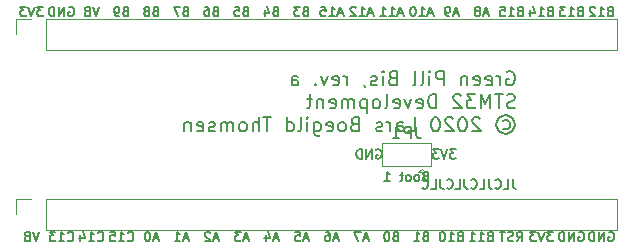
<source format=gbr>
%TF.GenerationSoftware,KiCad,Pcbnew,5.1.6+dfsg1-1*%
%TF.CreationDate,2020-07-01T20:32:58+08:00*%
%TF.ProjectId,stm32devmini,73746d33-3264-4657-966d-696e692e6b69,a*%
%TF.SameCoordinates,Original*%
%TF.FileFunction,Legend,Bot*%
%TF.FilePolarity,Positive*%
%FSLAX46Y46*%
G04 Gerber Fmt 4.6, Leading zero omitted, Abs format (unit mm)*
G04 Created by KiCad (PCBNEW 5.1.6+dfsg1-1) date 2020-07-01 20:32:58*
%MOMM*%
%LPD*%
G01*
G04 APERTURE LIST*
%ADD10C,0.150000*%
%ADD11C,0.120000*%
G04 APERTURE END LIST*
D10*
X189585476Y-103701904D02*
X189090238Y-103701904D01*
X189356904Y-104006666D01*
X189242619Y-104006666D01*
X189166428Y-104044761D01*
X189128333Y-104082857D01*
X189090238Y-104159047D01*
X189090238Y-104349523D01*
X189128333Y-104425714D01*
X189166428Y-104463809D01*
X189242619Y-104501904D01*
X189471190Y-104501904D01*
X189547380Y-104463809D01*
X189585476Y-104425714D01*
X188861666Y-103701904D02*
X188595000Y-104501904D01*
X188328333Y-103701904D01*
X188137857Y-103701904D02*
X187642619Y-103701904D01*
X187909285Y-104006666D01*
X187795000Y-104006666D01*
X187718809Y-104044761D01*
X187680714Y-104082857D01*
X187642619Y-104159047D01*
X187642619Y-104349523D01*
X187680714Y-104425714D01*
X187718809Y-104463809D01*
X187795000Y-104501904D01*
X188023571Y-104501904D01*
X188099761Y-104463809D01*
X188137857Y-104425714D01*
X182854523Y-103740000D02*
X182930714Y-103701904D01*
X183045000Y-103701904D01*
X183159285Y-103740000D01*
X183235476Y-103816190D01*
X183273571Y-103892380D01*
X183311666Y-104044761D01*
X183311666Y-104159047D01*
X183273571Y-104311428D01*
X183235476Y-104387619D01*
X183159285Y-104463809D01*
X183045000Y-104501904D01*
X182968809Y-104501904D01*
X182854523Y-104463809D01*
X182816428Y-104425714D01*
X182816428Y-104159047D01*
X182968809Y-104159047D01*
X182473571Y-104501904D02*
X182473571Y-103701904D01*
X182016428Y-104501904D01*
X182016428Y-103701904D01*
X181635476Y-104501904D02*
X181635476Y-103701904D01*
X181445000Y-103701904D01*
X181330714Y-103740000D01*
X181254523Y-103816190D01*
X181216428Y-103892380D01*
X181178333Y-104044761D01*
X181178333Y-104159047D01*
X181216428Y-104311428D01*
X181254523Y-104387619D01*
X181330714Y-104463809D01*
X181445000Y-104501904D01*
X181635476Y-104501904D01*
X187000952Y-105987857D02*
X186886666Y-106025952D01*
X186848571Y-106064047D01*
X186810476Y-106140238D01*
X186810476Y-106254523D01*
X186848571Y-106330714D01*
X186886666Y-106368809D01*
X186962857Y-106406904D01*
X187267619Y-106406904D01*
X187267619Y-105606904D01*
X187000952Y-105606904D01*
X186924761Y-105645000D01*
X186886666Y-105683095D01*
X186848571Y-105759285D01*
X186848571Y-105835476D01*
X186886666Y-105911666D01*
X186924761Y-105949761D01*
X187000952Y-105987857D01*
X187267619Y-105987857D01*
X186353333Y-106406904D02*
X186429523Y-106368809D01*
X186467619Y-106330714D01*
X186505714Y-106254523D01*
X186505714Y-106025952D01*
X186467619Y-105949761D01*
X186429523Y-105911666D01*
X186353333Y-105873571D01*
X186239047Y-105873571D01*
X186162857Y-105911666D01*
X186124761Y-105949761D01*
X186086666Y-106025952D01*
X186086666Y-106254523D01*
X186124761Y-106330714D01*
X186162857Y-106368809D01*
X186239047Y-106406904D01*
X186353333Y-106406904D01*
X185629523Y-106406904D02*
X185705714Y-106368809D01*
X185743809Y-106330714D01*
X185781904Y-106254523D01*
X185781904Y-106025952D01*
X185743809Y-105949761D01*
X185705714Y-105911666D01*
X185629523Y-105873571D01*
X185515238Y-105873571D01*
X185439047Y-105911666D01*
X185400952Y-105949761D01*
X185362857Y-106025952D01*
X185362857Y-106254523D01*
X185400952Y-106330714D01*
X185439047Y-106368809D01*
X185515238Y-106406904D01*
X185629523Y-106406904D01*
X185134285Y-105873571D02*
X184829523Y-105873571D01*
X185020000Y-105606904D02*
X185020000Y-106292619D01*
X184981904Y-106368809D01*
X184905714Y-106406904D01*
X184829523Y-106406904D01*
X183534285Y-106406904D02*
X183991428Y-106406904D01*
X183762857Y-106406904D02*
X183762857Y-105606904D01*
X183839047Y-105721190D01*
X183915238Y-105797380D01*
X183991428Y-105835476D01*
X194428452Y-106241904D02*
X194428452Y-106813333D01*
X194466547Y-106927619D01*
X194542738Y-107003809D01*
X194657023Y-107041904D01*
X194733214Y-107041904D01*
X193666547Y-107041904D02*
X194047500Y-107041904D01*
X194047500Y-106241904D01*
X192942738Y-106965714D02*
X192980833Y-107003809D01*
X193095119Y-107041904D01*
X193171309Y-107041904D01*
X193285595Y-107003809D01*
X193361785Y-106927619D01*
X193399880Y-106851428D01*
X193437976Y-106699047D01*
X193437976Y-106584761D01*
X193399880Y-106432380D01*
X193361785Y-106356190D01*
X193285595Y-106280000D01*
X193171309Y-106241904D01*
X193095119Y-106241904D01*
X192980833Y-106280000D01*
X192942738Y-106318095D01*
X192371309Y-106241904D02*
X192371309Y-106813333D01*
X192409404Y-106927619D01*
X192485595Y-107003809D01*
X192599880Y-107041904D01*
X192676071Y-107041904D01*
X191609404Y-107041904D02*
X191990357Y-107041904D01*
X191990357Y-106241904D01*
X190885595Y-106965714D02*
X190923690Y-107003809D01*
X191037976Y-107041904D01*
X191114166Y-107041904D01*
X191228452Y-107003809D01*
X191304642Y-106927619D01*
X191342738Y-106851428D01*
X191380833Y-106699047D01*
X191380833Y-106584761D01*
X191342738Y-106432380D01*
X191304642Y-106356190D01*
X191228452Y-106280000D01*
X191114166Y-106241904D01*
X191037976Y-106241904D01*
X190923690Y-106280000D01*
X190885595Y-106318095D01*
X190314166Y-106241904D02*
X190314166Y-106813333D01*
X190352261Y-106927619D01*
X190428452Y-107003809D01*
X190542738Y-107041904D01*
X190618928Y-107041904D01*
X189552261Y-107041904D02*
X189933214Y-107041904D01*
X189933214Y-106241904D01*
X188828452Y-106965714D02*
X188866547Y-107003809D01*
X188980833Y-107041904D01*
X189057023Y-107041904D01*
X189171309Y-107003809D01*
X189247500Y-106927619D01*
X189285595Y-106851428D01*
X189323690Y-106699047D01*
X189323690Y-106584761D01*
X189285595Y-106432380D01*
X189247500Y-106356190D01*
X189171309Y-106280000D01*
X189057023Y-106241904D01*
X188980833Y-106241904D01*
X188866547Y-106280000D01*
X188828452Y-106318095D01*
X188257023Y-106241904D02*
X188257023Y-106813333D01*
X188295119Y-106927619D01*
X188371309Y-107003809D01*
X188485595Y-107041904D01*
X188561785Y-107041904D01*
X187495119Y-107041904D02*
X187876071Y-107041904D01*
X187876071Y-106241904D01*
X186771309Y-106965714D02*
X186809404Y-107003809D01*
X186923690Y-107041904D01*
X186999880Y-107041904D01*
X187114166Y-107003809D01*
X187190357Y-106927619D01*
X187228452Y-106851428D01*
X187266547Y-106699047D01*
X187266547Y-106584761D01*
X187228452Y-106432380D01*
X187190357Y-106356190D01*
X187114166Y-106280000D01*
X186999880Y-106241904D01*
X186923690Y-106241904D01*
X186809404Y-106280000D01*
X186771309Y-106318095D01*
X154336666Y-110686904D02*
X154070000Y-111486904D01*
X153803333Y-110686904D01*
X153270000Y-111067857D02*
X153155714Y-111105952D01*
X153117619Y-111144047D01*
X153079523Y-111220238D01*
X153079523Y-111334523D01*
X153117619Y-111410714D01*
X153155714Y-111448809D01*
X153231904Y-111486904D01*
X153536666Y-111486904D01*
X153536666Y-110686904D01*
X153270000Y-110686904D01*
X153193809Y-110725000D01*
X153155714Y-110763095D01*
X153117619Y-110839285D01*
X153117619Y-110915476D01*
X153155714Y-110991666D01*
X153193809Y-111029761D01*
X153270000Y-111067857D01*
X153536666Y-111067857D01*
X156724285Y-111410714D02*
X156762380Y-111448809D01*
X156876666Y-111486904D01*
X156952857Y-111486904D01*
X157067142Y-111448809D01*
X157143333Y-111372619D01*
X157181428Y-111296428D01*
X157219523Y-111144047D01*
X157219523Y-111029761D01*
X157181428Y-110877380D01*
X157143333Y-110801190D01*
X157067142Y-110725000D01*
X156952857Y-110686904D01*
X156876666Y-110686904D01*
X156762380Y-110725000D01*
X156724285Y-110763095D01*
X155962380Y-111486904D02*
X156419523Y-111486904D01*
X156190952Y-111486904D02*
X156190952Y-110686904D01*
X156267142Y-110801190D01*
X156343333Y-110877380D01*
X156419523Y-110915476D01*
X155695714Y-110686904D02*
X155200476Y-110686904D01*
X155467142Y-110991666D01*
X155352857Y-110991666D01*
X155276666Y-111029761D01*
X155238571Y-111067857D01*
X155200476Y-111144047D01*
X155200476Y-111334523D01*
X155238571Y-111410714D01*
X155276666Y-111448809D01*
X155352857Y-111486904D01*
X155581428Y-111486904D01*
X155657619Y-111448809D01*
X155695714Y-111410714D01*
X159264285Y-111410714D02*
X159302380Y-111448809D01*
X159416666Y-111486904D01*
X159492857Y-111486904D01*
X159607142Y-111448809D01*
X159683333Y-111372619D01*
X159721428Y-111296428D01*
X159759523Y-111144047D01*
X159759523Y-111029761D01*
X159721428Y-110877380D01*
X159683333Y-110801190D01*
X159607142Y-110725000D01*
X159492857Y-110686904D01*
X159416666Y-110686904D01*
X159302380Y-110725000D01*
X159264285Y-110763095D01*
X158502380Y-111486904D02*
X158959523Y-111486904D01*
X158730952Y-111486904D02*
X158730952Y-110686904D01*
X158807142Y-110801190D01*
X158883333Y-110877380D01*
X158959523Y-110915476D01*
X157816666Y-110953571D02*
X157816666Y-111486904D01*
X158007142Y-110648809D02*
X158197619Y-111220238D01*
X157702380Y-111220238D01*
X161804285Y-111410714D02*
X161842380Y-111448809D01*
X161956666Y-111486904D01*
X162032857Y-111486904D01*
X162147142Y-111448809D01*
X162223333Y-111372619D01*
X162261428Y-111296428D01*
X162299523Y-111144047D01*
X162299523Y-111029761D01*
X162261428Y-110877380D01*
X162223333Y-110801190D01*
X162147142Y-110725000D01*
X162032857Y-110686904D01*
X161956666Y-110686904D01*
X161842380Y-110725000D01*
X161804285Y-110763095D01*
X161042380Y-111486904D02*
X161499523Y-111486904D01*
X161270952Y-111486904D02*
X161270952Y-110686904D01*
X161347142Y-110801190D01*
X161423333Y-110877380D01*
X161499523Y-110915476D01*
X160318571Y-110686904D02*
X160699523Y-110686904D01*
X160737619Y-111067857D01*
X160699523Y-111029761D01*
X160623333Y-110991666D01*
X160432857Y-110991666D01*
X160356666Y-111029761D01*
X160318571Y-111067857D01*
X160280476Y-111144047D01*
X160280476Y-111334523D01*
X160318571Y-111410714D01*
X160356666Y-111448809D01*
X160432857Y-111486904D01*
X160623333Y-111486904D01*
X160699523Y-111448809D01*
X160737619Y-111410714D01*
X164401428Y-111258333D02*
X164020476Y-111258333D01*
X164477619Y-111486904D02*
X164210952Y-110686904D01*
X163944285Y-111486904D01*
X163525238Y-110686904D02*
X163449047Y-110686904D01*
X163372857Y-110725000D01*
X163334761Y-110763095D01*
X163296666Y-110839285D01*
X163258571Y-110991666D01*
X163258571Y-111182142D01*
X163296666Y-111334523D01*
X163334761Y-111410714D01*
X163372857Y-111448809D01*
X163449047Y-111486904D01*
X163525238Y-111486904D01*
X163601428Y-111448809D01*
X163639523Y-111410714D01*
X163677619Y-111334523D01*
X163715714Y-111182142D01*
X163715714Y-110991666D01*
X163677619Y-110839285D01*
X163639523Y-110763095D01*
X163601428Y-110725000D01*
X163525238Y-110686904D01*
X166941428Y-111258333D02*
X166560476Y-111258333D01*
X167017619Y-111486904D02*
X166750952Y-110686904D01*
X166484285Y-111486904D01*
X165798571Y-111486904D02*
X166255714Y-111486904D01*
X166027142Y-111486904D02*
X166027142Y-110686904D01*
X166103333Y-110801190D01*
X166179523Y-110877380D01*
X166255714Y-110915476D01*
X169481428Y-111258333D02*
X169100476Y-111258333D01*
X169557619Y-111486904D02*
X169290952Y-110686904D01*
X169024285Y-111486904D01*
X168795714Y-110763095D02*
X168757619Y-110725000D01*
X168681428Y-110686904D01*
X168490952Y-110686904D01*
X168414761Y-110725000D01*
X168376666Y-110763095D01*
X168338571Y-110839285D01*
X168338571Y-110915476D01*
X168376666Y-111029761D01*
X168833809Y-111486904D01*
X168338571Y-111486904D01*
X172021428Y-111258333D02*
X171640476Y-111258333D01*
X172097619Y-111486904D02*
X171830952Y-110686904D01*
X171564285Y-111486904D01*
X171373809Y-110686904D02*
X170878571Y-110686904D01*
X171145238Y-110991666D01*
X171030952Y-110991666D01*
X170954761Y-111029761D01*
X170916666Y-111067857D01*
X170878571Y-111144047D01*
X170878571Y-111334523D01*
X170916666Y-111410714D01*
X170954761Y-111448809D01*
X171030952Y-111486904D01*
X171259523Y-111486904D01*
X171335714Y-111448809D01*
X171373809Y-111410714D01*
X174561428Y-111258333D02*
X174180476Y-111258333D01*
X174637619Y-111486904D02*
X174370952Y-110686904D01*
X174104285Y-111486904D01*
X173494761Y-110953571D02*
X173494761Y-111486904D01*
X173685238Y-110648809D02*
X173875714Y-111220238D01*
X173380476Y-111220238D01*
X177101428Y-111258333D02*
X176720476Y-111258333D01*
X177177619Y-111486904D02*
X176910952Y-110686904D01*
X176644285Y-111486904D01*
X175996666Y-110686904D02*
X176377619Y-110686904D01*
X176415714Y-111067857D01*
X176377619Y-111029761D01*
X176301428Y-110991666D01*
X176110952Y-110991666D01*
X176034761Y-111029761D01*
X175996666Y-111067857D01*
X175958571Y-111144047D01*
X175958571Y-111334523D01*
X175996666Y-111410714D01*
X176034761Y-111448809D01*
X176110952Y-111486904D01*
X176301428Y-111486904D01*
X176377619Y-111448809D01*
X176415714Y-111410714D01*
X179641428Y-111258333D02*
X179260476Y-111258333D01*
X179717619Y-111486904D02*
X179450952Y-110686904D01*
X179184285Y-111486904D01*
X178574761Y-110686904D02*
X178727142Y-110686904D01*
X178803333Y-110725000D01*
X178841428Y-110763095D01*
X178917619Y-110877380D01*
X178955714Y-111029761D01*
X178955714Y-111334523D01*
X178917619Y-111410714D01*
X178879523Y-111448809D01*
X178803333Y-111486904D01*
X178650952Y-111486904D01*
X178574761Y-111448809D01*
X178536666Y-111410714D01*
X178498571Y-111334523D01*
X178498571Y-111144047D01*
X178536666Y-111067857D01*
X178574761Y-111029761D01*
X178650952Y-110991666D01*
X178803333Y-110991666D01*
X178879523Y-111029761D01*
X178917619Y-111067857D01*
X178955714Y-111144047D01*
X182181428Y-111258333D02*
X181800476Y-111258333D01*
X182257619Y-111486904D02*
X181990952Y-110686904D01*
X181724285Y-111486904D01*
X181533809Y-110686904D02*
X181000476Y-110686904D01*
X181343333Y-111486904D01*
X184473809Y-111067857D02*
X184359523Y-111105952D01*
X184321428Y-111144047D01*
X184283333Y-111220238D01*
X184283333Y-111334523D01*
X184321428Y-111410714D01*
X184359523Y-111448809D01*
X184435714Y-111486904D01*
X184740476Y-111486904D01*
X184740476Y-110686904D01*
X184473809Y-110686904D01*
X184397619Y-110725000D01*
X184359523Y-110763095D01*
X184321428Y-110839285D01*
X184321428Y-110915476D01*
X184359523Y-110991666D01*
X184397619Y-111029761D01*
X184473809Y-111067857D01*
X184740476Y-111067857D01*
X183788095Y-110686904D02*
X183711904Y-110686904D01*
X183635714Y-110725000D01*
X183597619Y-110763095D01*
X183559523Y-110839285D01*
X183521428Y-110991666D01*
X183521428Y-111182142D01*
X183559523Y-111334523D01*
X183597619Y-111410714D01*
X183635714Y-111448809D01*
X183711904Y-111486904D01*
X183788095Y-111486904D01*
X183864285Y-111448809D01*
X183902380Y-111410714D01*
X183940476Y-111334523D01*
X183978571Y-111182142D01*
X183978571Y-110991666D01*
X183940476Y-110839285D01*
X183902380Y-110763095D01*
X183864285Y-110725000D01*
X183788095Y-110686904D01*
X187013809Y-111067857D02*
X186899523Y-111105952D01*
X186861428Y-111144047D01*
X186823333Y-111220238D01*
X186823333Y-111334523D01*
X186861428Y-111410714D01*
X186899523Y-111448809D01*
X186975714Y-111486904D01*
X187280476Y-111486904D01*
X187280476Y-110686904D01*
X187013809Y-110686904D01*
X186937619Y-110725000D01*
X186899523Y-110763095D01*
X186861428Y-110839285D01*
X186861428Y-110915476D01*
X186899523Y-110991666D01*
X186937619Y-111029761D01*
X187013809Y-111067857D01*
X187280476Y-111067857D01*
X186061428Y-111486904D02*
X186518571Y-111486904D01*
X186290000Y-111486904D02*
X186290000Y-110686904D01*
X186366190Y-110801190D01*
X186442380Y-110877380D01*
X186518571Y-110915476D01*
X189934761Y-111067857D02*
X189820476Y-111105952D01*
X189782380Y-111144047D01*
X189744285Y-111220238D01*
X189744285Y-111334523D01*
X189782380Y-111410714D01*
X189820476Y-111448809D01*
X189896666Y-111486904D01*
X190201428Y-111486904D01*
X190201428Y-110686904D01*
X189934761Y-110686904D01*
X189858571Y-110725000D01*
X189820476Y-110763095D01*
X189782380Y-110839285D01*
X189782380Y-110915476D01*
X189820476Y-110991666D01*
X189858571Y-111029761D01*
X189934761Y-111067857D01*
X190201428Y-111067857D01*
X188982380Y-111486904D02*
X189439523Y-111486904D01*
X189210952Y-111486904D02*
X189210952Y-110686904D01*
X189287142Y-110801190D01*
X189363333Y-110877380D01*
X189439523Y-110915476D01*
X188487142Y-110686904D02*
X188410952Y-110686904D01*
X188334761Y-110725000D01*
X188296666Y-110763095D01*
X188258571Y-110839285D01*
X188220476Y-110991666D01*
X188220476Y-111182142D01*
X188258571Y-111334523D01*
X188296666Y-111410714D01*
X188334761Y-111448809D01*
X188410952Y-111486904D01*
X188487142Y-111486904D01*
X188563333Y-111448809D01*
X188601428Y-111410714D01*
X188639523Y-111334523D01*
X188677619Y-111182142D01*
X188677619Y-110991666D01*
X188639523Y-110839285D01*
X188601428Y-110763095D01*
X188563333Y-110725000D01*
X188487142Y-110686904D01*
X192474761Y-111067857D02*
X192360476Y-111105952D01*
X192322380Y-111144047D01*
X192284285Y-111220238D01*
X192284285Y-111334523D01*
X192322380Y-111410714D01*
X192360476Y-111448809D01*
X192436666Y-111486904D01*
X192741428Y-111486904D01*
X192741428Y-110686904D01*
X192474761Y-110686904D01*
X192398571Y-110725000D01*
X192360476Y-110763095D01*
X192322380Y-110839285D01*
X192322380Y-110915476D01*
X192360476Y-110991666D01*
X192398571Y-111029761D01*
X192474761Y-111067857D01*
X192741428Y-111067857D01*
X191522380Y-111486904D02*
X191979523Y-111486904D01*
X191750952Y-111486904D02*
X191750952Y-110686904D01*
X191827142Y-110801190D01*
X191903333Y-110877380D01*
X191979523Y-110915476D01*
X190760476Y-111486904D02*
X191217619Y-111486904D01*
X190989047Y-111486904D02*
X190989047Y-110686904D01*
X191065238Y-110801190D01*
X191141428Y-110877380D01*
X191217619Y-110915476D01*
X194748095Y-111486904D02*
X195014761Y-111105952D01*
X195205238Y-111486904D02*
X195205238Y-110686904D01*
X194900476Y-110686904D01*
X194824285Y-110725000D01*
X194786190Y-110763095D01*
X194748095Y-110839285D01*
X194748095Y-110953571D01*
X194786190Y-111029761D01*
X194824285Y-111067857D01*
X194900476Y-111105952D01*
X195205238Y-111105952D01*
X194443333Y-111448809D02*
X194329047Y-111486904D01*
X194138571Y-111486904D01*
X194062380Y-111448809D01*
X194024285Y-111410714D01*
X193986190Y-111334523D01*
X193986190Y-111258333D01*
X194024285Y-111182142D01*
X194062380Y-111144047D01*
X194138571Y-111105952D01*
X194290952Y-111067857D01*
X194367142Y-111029761D01*
X194405238Y-110991666D01*
X194443333Y-110915476D01*
X194443333Y-110839285D01*
X194405238Y-110763095D01*
X194367142Y-110725000D01*
X194290952Y-110686904D01*
X194100476Y-110686904D01*
X193986190Y-110725000D01*
X193757619Y-110686904D02*
X193300476Y-110686904D01*
X193529047Y-111486904D02*
X193529047Y-110686904D01*
X197840476Y-110686904D02*
X197345238Y-110686904D01*
X197611904Y-110991666D01*
X197497619Y-110991666D01*
X197421428Y-111029761D01*
X197383333Y-111067857D01*
X197345238Y-111144047D01*
X197345238Y-111334523D01*
X197383333Y-111410714D01*
X197421428Y-111448809D01*
X197497619Y-111486904D01*
X197726190Y-111486904D01*
X197802380Y-111448809D01*
X197840476Y-111410714D01*
X197116666Y-110686904D02*
X196850000Y-111486904D01*
X196583333Y-110686904D01*
X196392857Y-110686904D02*
X195897619Y-110686904D01*
X196164285Y-110991666D01*
X196050000Y-110991666D01*
X195973809Y-111029761D01*
X195935714Y-111067857D01*
X195897619Y-111144047D01*
X195897619Y-111334523D01*
X195935714Y-111410714D01*
X195973809Y-111448809D01*
X196050000Y-111486904D01*
X196278571Y-111486904D01*
X196354761Y-111448809D01*
X196392857Y-111410714D01*
X199999523Y-110725000D02*
X200075714Y-110686904D01*
X200190000Y-110686904D01*
X200304285Y-110725000D01*
X200380476Y-110801190D01*
X200418571Y-110877380D01*
X200456666Y-111029761D01*
X200456666Y-111144047D01*
X200418571Y-111296428D01*
X200380476Y-111372619D01*
X200304285Y-111448809D01*
X200190000Y-111486904D01*
X200113809Y-111486904D01*
X199999523Y-111448809D01*
X199961428Y-111410714D01*
X199961428Y-111144047D01*
X200113809Y-111144047D01*
X199618571Y-111486904D02*
X199618571Y-110686904D01*
X199161428Y-111486904D01*
X199161428Y-110686904D01*
X198780476Y-111486904D02*
X198780476Y-110686904D01*
X198590000Y-110686904D01*
X198475714Y-110725000D01*
X198399523Y-110801190D01*
X198361428Y-110877380D01*
X198323333Y-111029761D01*
X198323333Y-111144047D01*
X198361428Y-111296428D01*
X198399523Y-111372619D01*
X198475714Y-111448809D01*
X198590000Y-111486904D01*
X198780476Y-111486904D01*
X202539523Y-110725000D02*
X202615714Y-110686904D01*
X202730000Y-110686904D01*
X202844285Y-110725000D01*
X202920476Y-110801190D01*
X202958571Y-110877380D01*
X202996666Y-111029761D01*
X202996666Y-111144047D01*
X202958571Y-111296428D01*
X202920476Y-111372619D01*
X202844285Y-111448809D01*
X202730000Y-111486904D01*
X202653809Y-111486904D01*
X202539523Y-111448809D01*
X202501428Y-111410714D01*
X202501428Y-111144047D01*
X202653809Y-111144047D01*
X202158571Y-111486904D02*
X202158571Y-110686904D01*
X201701428Y-111486904D01*
X201701428Y-110686904D01*
X201320476Y-111486904D02*
X201320476Y-110686904D01*
X201130000Y-110686904D01*
X201015714Y-110725000D01*
X200939523Y-110801190D01*
X200901428Y-110877380D01*
X200863333Y-111029761D01*
X200863333Y-111144047D01*
X200901428Y-111296428D01*
X200939523Y-111372619D01*
X201015714Y-111448809D01*
X201130000Y-111486904D01*
X201320476Y-111486904D01*
X154660476Y-91636904D02*
X154165238Y-91636904D01*
X154431904Y-91941666D01*
X154317619Y-91941666D01*
X154241428Y-91979761D01*
X154203333Y-92017857D01*
X154165238Y-92094047D01*
X154165238Y-92284523D01*
X154203333Y-92360714D01*
X154241428Y-92398809D01*
X154317619Y-92436904D01*
X154546190Y-92436904D01*
X154622380Y-92398809D01*
X154660476Y-92360714D01*
X153936666Y-91636904D02*
X153670000Y-92436904D01*
X153403333Y-91636904D01*
X153212857Y-91636904D02*
X152717619Y-91636904D01*
X152984285Y-91941666D01*
X152870000Y-91941666D01*
X152793809Y-91979761D01*
X152755714Y-92017857D01*
X152717619Y-92094047D01*
X152717619Y-92284523D01*
X152755714Y-92360714D01*
X152793809Y-92398809D01*
X152870000Y-92436904D01*
X153098571Y-92436904D01*
X153174761Y-92398809D01*
X153212857Y-92360714D01*
X156819523Y-91675000D02*
X156895714Y-91636904D01*
X157010000Y-91636904D01*
X157124285Y-91675000D01*
X157200476Y-91751190D01*
X157238571Y-91827380D01*
X157276666Y-91979761D01*
X157276666Y-92094047D01*
X157238571Y-92246428D01*
X157200476Y-92322619D01*
X157124285Y-92398809D01*
X157010000Y-92436904D01*
X156933809Y-92436904D01*
X156819523Y-92398809D01*
X156781428Y-92360714D01*
X156781428Y-92094047D01*
X156933809Y-92094047D01*
X156438571Y-92436904D02*
X156438571Y-91636904D01*
X155981428Y-92436904D01*
X155981428Y-91636904D01*
X155600476Y-92436904D02*
X155600476Y-91636904D01*
X155410000Y-91636904D01*
X155295714Y-91675000D01*
X155219523Y-91751190D01*
X155181428Y-91827380D01*
X155143333Y-91979761D01*
X155143333Y-92094047D01*
X155181428Y-92246428D01*
X155219523Y-92322619D01*
X155295714Y-92398809D01*
X155410000Y-92436904D01*
X155600476Y-92436904D01*
X159416666Y-91636904D02*
X159150000Y-92436904D01*
X158883333Y-91636904D01*
X158350000Y-92017857D02*
X158235714Y-92055952D01*
X158197619Y-92094047D01*
X158159523Y-92170238D01*
X158159523Y-92284523D01*
X158197619Y-92360714D01*
X158235714Y-92398809D01*
X158311904Y-92436904D01*
X158616666Y-92436904D01*
X158616666Y-91636904D01*
X158350000Y-91636904D01*
X158273809Y-91675000D01*
X158235714Y-91713095D01*
X158197619Y-91789285D01*
X158197619Y-91865476D01*
X158235714Y-91941666D01*
X158273809Y-91979761D01*
X158350000Y-92017857D01*
X158616666Y-92017857D01*
X161613809Y-92017857D02*
X161499523Y-92055952D01*
X161461428Y-92094047D01*
X161423333Y-92170238D01*
X161423333Y-92284523D01*
X161461428Y-92360714D01*
X161499523Y-92398809D01*
X161575714Y-92436904D01*
X161880476Y-92436904D01*
X161880476Y-91636904D01*
X161613809Y-91636904D01*
X161537619Y-91675000D01*
X161499523Y-91713095D01*
X161461428Y-91789285D01*
X161461428Y-91865476D01*
X161499523Y-91941666D01*
X161537619Y-91979761D01*
X161613809Y-92017857D01*
X161880476Y-92017857D01*
X161042380Y-92436904D02*
X160890000Y-92436904D01*
X160813809Y-92398809D01*
X160775714Y-92360714D01*
X160699523Y-92246428D01*
X160661428Y-92094047D01*
X160661428Y-91789285D01*
X160699523Y-91713095D01*
X160737619Y-91675000D01*
X160813809Y-91636904D01*
X160966190Y-91636904D01*
X161042380Y-91675000D01*
X161080476Y-91713095D01*
X161118571Y-91789285D01*
X161118571Y-91979761D01*
X161080476Y-92055952D01*
X161042380Y-92094047D01*
X160966190Y-92132142D01*
X160813809Y-92132142D01*
X160737619Y-92094047D01*
X160699523Y-92055952D01*
X160661428Y-91979761D01*
X164153809Y-92017857D02*
X164039523Y-92055952D01*
X164001428Y-92094047D01*
X163963333Y-92170238D01*
X163963333Y-92284523D01*
X164001428Y-92360714D01*
X164039523Y-92398809D01*
X164115714Y-92436904D01*
X164420476Y-92436904D01*
X164420476Y-91636904D01*
X164153809Y-91636904D01*
X164077619Y-91675000D01*
X164039523Y-91713095D01*
X164001428Y-91789285D01*
X164001428Y-91865476D01*
X164039523Y-91941666D01*
X164077619Y-91979761D01*
X164153809Y-92017857D01*
X164420476Y-92017857D01*
X163506190Y-91979761D02*
X163582380Y-91941666D01*
X163620476Y-91903571D01*
X163658571Y-91827380D01*
X163658571Y-91789285D01*
X163620476Y-91713095D01*
X163582380Y-91675000D01*
X163506190Y-91636904D01*
X163353809Y-91636904D01*
X163277619Y-91675000D01*
X163239523Y-91713095D01*
X163201428Y-91789285D01*
X163201428Y-91827380D01*
X163239523Y-91903571D01*
X163277619Y-91941666D01*
X163353809Y-91979761D01*
X163506190Y-91979761D01*
X163582380Y-92017857D01*
X163620476Y-92055952D01*
X163658571Y-92132142D01*
X163658571Y-92284523D01*
X163620476Y-92360714D01*
X163582380Y-92398809D01*
X163506190Y-92436904D01*
X163353809Y-92436904D01*
X163277619Y-92398809D01*
X163239523Y-92360714D01*
X163201428Y-92284523D01*
X163201428Y-92132142D01*
X163239523Y-92055952D01*
X163277619Y-92017857D01*
X163353809Y-91979761D01*
X166693809Y-92017857D02*
X166579523Y-92055952D01*
X166541428Y-92094047D01*
X166503333Y-92170238D01*
X166503333Y-92284523D01*
X166541428Y-92360714D01*
X166579523Y-92398809D01*
X166655714Y-92436904D01*
X166960476Y-92436904D01*
X166960476Y-91636904D01*
X166693809Y-91636904D01*
X166617619Y-91675000D01*
X166579523Y-91713095D01*
X166541428Y-91789285D01*
X166541428Y-91865476D01*
X166579523Y-91941666D01*
X166617619Y-91979761D01*
X166693809Y-92017857D01*
X166960476Y-92017857D01*
X166236666Y-91636904D02*
X165703333Y-91636904D01*
X166046190Y-92436904D01*
X169233809Y-92017857D02*
X169119523Y-92055952D01*
X169081428Y-92094047D01*
X169043333Y-92170238D01*
X169043333Y-92284523D01*
X169081428Y-92360714D01*
X169119523Y-92398809D01*
X169195714Y-92436904D01*
X169500476Y-92436904D01*
X169500476Y-91636904D01*
X169233809Y-91636904D01*
X169157619Y-91675000D01*
X169119523Y-91713095D01*
X169081428Y-91789285D01*
X169081428Y-91865476D01*
X169119523Y-91941666D01*
X169157619Y-91979761D01*
X169233809Y-92017857D01*
X169500476Y-92017857D01*
X168357619Y-91636904D02*
X168510000Y-91636904D01*
X168586190Y-91675000D01*
X168624285Y-91713095D01*
X168700476Y-91827380D01*
X168738571Y-91979761D01*
X168738571Y-92284523D01*
X168700476Y-92360714D01*
X168662380Y-92398809D01*
X168586190Y-92436904D01*
X168433809Y-92436904D01*
X168357619Y-92398809D01*
X168319523Y-92360714D01*
X168281428Y-92284523D01*
X168281428Y-92094047D01*
X168319523Y-92017857D01*
X168357619Y-91979761D01*
X168433809Y-91941666D01*
X168586190Y-91941666D01*
X168662380Y-91979761D01*
X168700476Y-92017857D01*
X168738571Y-92094047D01*
X171773809Y-92017857D02*
X171659523Y-92055952D01*
X171621428Y-92094047D01*
X171583333Y-92170238D01*
X171583333Y-92284523D01*
X171621428Y-92360714D01*
X171659523Y-92398809D01*
X171735714Y-92436904D01*
X172040476Y-92436904D01*
X172040476Y-91636904D01*
X171773809Y-91636904D01*
X171697619Y-91675000D01*
X171659523Y-91713095D01*
X171621428Y-91789285D01*
X171621428Y-91865476D01*
X171659523Y-91941666D01*
X171697619Y-91979761D01*
X171773809Y-92017857D01*
X172040476Y-92017857D01*
X170859523Y-91636904D02*
X171240476Y-91636904D01*
X171278571Y-92017857D01*
X171240476Y-91979761D01*
X171164285Y-91941666D01*
X170973809Y-91941666D01*
X170897619Y-91979761D01*
X170859523Y-92017857D01*
X170821428Y-92094047D01*
X170821428Y-92284523D01*
X170859523Y-92360714D01*
X170897619Y-92398809D01*
X170973809Y-92436904D01*
X171164285Y-92436904D01*
X171240476Y-92398809D01*
X171278571Y-92360714D01*
X174313809Y-92017857D02*
X174199523Y-92055952D01*
X174161428Y-92094047D01*
X174123333Y-92170238D01*
X174123333Y-92284523D01*
X174161428Y-92360714D01*
X174199523Y-92398809D01*
X174275714Y-92436904D01*
X174580476Y-92436904D01*
X174580476Y-91636904D01*
X174313809Y-91636904D01*
X174237619Y-91675000D01*
X174199523Y-91713095D01*
X174161428Y-91789285D01*
X174161428Y-91865476D01*
X174199523Y-91941666D01*
X174237619Y-91979761D01*
X174313809Y-92017857D01*
X174580476Y-92017857D01*
X173437619Y-91903571D02*
X173437619Y-92436904D01*
X173628095Y-91598809D02*
X173818571Y-92170238D01*
X173323333Y-92170238D01*
X176853809Y-92017857D02*
X176739523Y-92055952D01*
X176701428Y-92094047D01*
X176663333Y-92170238D01*
X176663333Y-92284523D01*
X176701428Y-92360714D01*
X176739523Y-92398809D01*
X176815714Y-92436904D01*
X177120476Y-92436904D01*
X177120476Y-91636904D01*
X176853809Y-91636904D01*
X176777619Y-91675000D01*
X176739523Y-91713095D01*
X176701428Y-91789285D01*
X176701428Y-91865476D01*
X176739523Y-91941666D01*
X176777619Y-91979761D01*
X176853809Y-92017857D01*
X177120476Y-92017857D01*
X176396666Y-91636904D02*
X175901428Y-91636904D01*
X176168095Y-91941666D01*
X176053809Y-91941666D01*
X175977619Y-91979761D01*
X175939523Y-92017857D01*
X175901428Y-92094047D01*
X175901428Y-92284523D01*
X175939523Y-92360714D01*
X175977619Y-92398809D01*
X176053809Y-92436904D01*
X176282380Y-92436904D01*
X176358571Y-92398809D01*
X176396666Y-92360714D01*
X180022380Y-92208333D02*
X179641428Y-92208333D01*
X180098571Y-92436904D02*
X179831904Y-91636904D01*
X179565238Y-92436904D01*
X178879523Y-92436904D02*
X179336666Y-92436904D01*
X179108095Y-92436904D02*
X179108095Y-91636904D01*
X179184285Y-91751190D01*
X179260476Y-91827380D01*
X179336666Y-91865476D01*
X178155714Y-91636904D02*
X178536666Y-91636904D01*
X178574761Y-92017857D01*
X178536666Y-91979761D01*
X178460476Y-91941666D01*
X178270000Y-91941666D01*
X178193809Y-91979761D01*
X178155714Y-92017857D01*
X178117619Y-92094047D01*
X178117619Y-92284523D01*
X178155714Y-92360714D01*
X178193809Y-92398809D01*
X178270000Y-92436904D01*
X178460476Y-92436904D01*
X178536666Y-92398809D01*
X178574761Y-92360714D01*
X182562380Y-92208333D02*
X182181428Y-92208333D01*
X182638571Y-92436904D02*
X182371904Y-91636904D01*
X182105238Y-92436904D01*
X181419523Y-92436904D02*
X181876666Y-92436904D01*
X181648095Y-92436904D02*
X181648095Y-91636904D01*
X181724285Y-91751190D01*
X181800476Y-91827380D01*
X181876666Y-91865476D01*
X181114761Y-91713095D02*
X181076666Y-91675000D01*
X181000476Y-91636904D01*
X180810000Y-91636904D01*
X180733809Y-91675000D01*
X180695714Y-91713095D01*
X180657619Y-91789285D01*
X180657619Y-91865476D01*
X180695714Y-91979761D01*
X181152857Y-92436904D01*
X180657619Y-92436904D01*
X185102380Y-92208333D02*
X184721428Y-92208333D01*
X185178571Y-92436904D02*
X184911904Y-91636904D01*
X184645238Y-92436904D01*
X183959523Y-92436904D02*
X184416666Y-92436904D01*
X184188095Y-92436904D02*
X184188095Y-91636904D01*
X184264285Y-91751190D01*
X184340476Y-91827380D01*
X184416666Y-91865476D01*
X183197619Y-92436904D02*
X183654761Y-92436904D01*
X183426190Y-92436904D02*
X183426190Y-91636904D01*
X183502380Y-91751190D01*
X183578571Y-91827380D01*
X183654761Y-91865476D01*
X187642380Y-92208333D02*
X187261428Y-92208333D01*
X187718571Y-92436904D02*
X187451904Y-91636904D01*
X187185238Y-92436904D01*
X186499523Y-92436904D02*
X186956666Y-92436904D01*
X186728095Y-92436904D02*
X186728095Y-91636904D01*
X186804285Y-91751190D01*
X186880476Y-91827380D01*
X186956666Y-91865476D01*
X186004285Y-91636904D02*
X185928095Y-91636904D01*
X185851904Y-91675000D01*
X185813809Y-91713095D01*
X185775714Y-91789285D01*
X185737619Y-91941666D01*
X185737619Y-92132142D01*
X185775714Y-92284523D01*
X185813809Y-92360714D01*
X185851904Y-92398809D01*
X185928095Y-92436904D01*
X186004285Y-92436904D01*
X186080476Y-92398809D01*
X186118571Y-92360714D01*
X186156666Y-92284523D01*
X186194761Y-92132142D01*
X186194761Y-91941666D01*
X186156666Y-91789285D01*
X186118571Y-91713095D01*
X186080476Y-91675000D01*
X186004285Y-91636904D01*
X189801428Y-92208333D02*
X189420476Y-92208333D01*
X189877619Y-92436904D02*
X189610952Y-91636904D01*
X189344285Y-92436904D01*
X189039523Y-92436904D02*
X188887142Y-92436904D01*
X188810952Y-92398809D01*
X188772857Y-92360714D01*
X188696666Y-92246428D01*
X188658571Y-92094047D01*
X188658571Y-91789285D01*
X188696666Y-91713095D01*
X188734761Y-91675000D01*
X188810952Y-91636904D01*
X188963333Y-91636904D01*
X189039523Y-91675000D01*
X189077619Y-91713095D01*
X189115714Y-91789285D01*
X189115714Y-91979761D01*
X189077619Y-92055952D01*
X189039523Y-92094047D01*
X188963333Y-92132142D01*
X188810952Y-92132142D01*
X188734761Y-92094047D01*
X188696666Y-92055952D01*
X188658571Y-91979761D01*
X192341428Y-92208333D02*
X191960476Y-92208333D01*
X192417619Y-92436904D02*
X192150952Y-91636904D01*
X191884285Y-92436904D01*
X191503333Y-91979761D02*
X191579523Y-91941666D01*
X191617619Y-91903571D01*
X191655714Y-91827380D01*
X191655714Y-91789285D01*
X191617619Y-91713095D01*
X191579523Y-91675000D01*
X191503333Y-91636904D01*
X191350952Y-91636904D01*
X191274761Y-91675000D01*
X191236666Y-91713095D01*
X191198571Y-91789285D01*
X191198571Y-91827380D01*
X191236666Y-91903571D01*
X191274761Y-91941666D01*
X191350952Y-91979761D01*
X191503333Y-91979761D01*
X191579523Y-92017857D01*
X191617619Y-92055952D01*
X191655714Y-92132142D01*
X191655714Y-92284523D01*
X191617619Y-92360714D01*
X191579523Y-92398809D01*
X191503333Y-92436904D01*
X191350952Y-92436904D01*
X191274761Y-92398809D01*
X191236666Y-92360714D01*
X191198571Y-92284523D01*
X191198571Y-92132142D01*
X191236666Y-92055952D01*
X191274761Y-92017857D01*
X191350952Y-91979761D01*
X195014761Y-92017857D02*
X194900476Y-92055952D01*
X194862380Y-92094047D01*
X194824285Y-92170238D01*
X194824285Y-92284523D01*
X194862380Y-92360714D01*
X194900476Y-92398809D01*
X194976666Y-92436904D01*
X195281428Y-92436904D01*
X195281428Y-91636904D01*
X195014761Y-91636904D01*
X194938571Y-91675000D01*
X194900476Y-91713095D01*
X194862380Y-91789285D01*
X194862380Y-91865476D01*
X194900476Y-91941666D01*
X194938571Y-91979761D01*
X195014761Y-92017857D01*
X195281428Y-92017857D01*
X194062380Y-92436904D02*
X194519523Y-92436904D01*
X194290952Y-92436904D02*
X194290952Y-91636904D01*
X194367142Y-91751190D01*
X194443333Y-91827380D01*
X194519523Y-91865476D01*
X193338571Y-91636904D02*
X193719523Y-91636904D01*
X193757619Y-92017857D01*
X193719523Y-91979761D01*
X193643333Y-91941666D01*
X193452857Y-91941666D01*
X193376666Y-91979761D01*
X193338571Y-92017857D01*
X193300476Y-92094047D01*
X193300476Y-92284523D01*
X193338571Y-92360714D01*
X193376666Y-92398809D01*
X193452857Y-92436904D01*
X193643333Y-92436904D01*
X193719523Y-92398809D01*
X193757619Y-92360714D01*
X197554761Y-92017857D02*
X197440476Y-92055952D01*
X197402380Y-92094047D01*
X197364285Y-92170238D01*
X197364285Y-92284523D01*
X197402380Y-92360714D01*
X197440476Y-92398809D01*
X197516666Y-92436904D01*
X197821428Y-92436904D01*
X197821428Y-91636904D01*
X197554761Y-91636904D01*
X197478571Y-91675000D01*
X197440476Y-91713095D01*
X197402380Y-91789285D01*
X197402380Y-91865476D01*
X197440476Y-91941666D01*
X197478571Y-91979761D01*
X197554761Y-92017857D01*
X197821428Y-92017857D01*
X196602380Y-92436904D02*
X197059523Y-92436904D01*
X196830952Y-92436904D02*
X196830952Y-91636904D01*
X196907142Y-91751190D01*
X196983333Y-91827380D01*
X197059523Y-91865476D01*
X195916666Y-91903571D02*
X195916666Y-92436904D01*
X196107142Y-91598809D02*
X196297619Y-92170238D01*
X195802380Y-92170238D01*
X200094761Y-92017857D02*
X199980476Y-92055952D01*
X199942380Y-92094047D01*
X199904285Y-92170238D01*
X199904285Y-92284523D01*
X199942380Y-92360714D01*
X199980476Y-92398809D01*
X200056666Y-92436904D01*
X200361428Y-92436904D01*
X200361428Y-91636904D01*
X200094761Y-91636904D01*
X200018571Y-91675000D01*
X199980476Y-91713095D01*
X199942380Y-91789285D01*
X199942380Y-91865476D01*
X199980476Y-91941666D01*
X200018571Y-91979761D01*
X200094761Y-92017857D01*
X200361428Y-92017857D01*
X199142380Y-92436904D02*
X199599523Y-92436904D01*
X199370952Y-92436904D02*
X199370952Y-91636904D01*
X199447142Y-91751190D01*
X199523333Y-91827380D01*
X199599523Y-91865476D01*
X198875714Y-91636904D02*
X198380476Y-91636904D01*
X198647142Y-91941666D01*
X198532857Y-91941666D01*
X198456666Y-91979761D01*
X198418571Y-92017857D01*
X198380476Y-92094047D01*
X198380476Y-92284523D01*
X198418571Y-92360714D01*
X198456666Y-92398809D01*
X198532857Y-92436904D01*
X198761428Y-92436904D01*
X198837619Y-92398809D01*
X198875714Y-92360714D01*
X202634761Y-92017857D02*
X202520476Y-92055952D01*
X202482380Y-92094047D01*
X202444285Y-92170238D01*
X202444285Y-92284523D01*
X202482380Y-92360714D01*
X202520476Y-92398809D01*
X202596666Y-92436904D01*
X202901428Y-92436904D01*
X202901428Y-91636904D01*
X202634761Y-91636904D01*
X202558571Y-91675000D01*
X202520476Y-91713095D01*
X202482380Y-91789285D01*
X202482380Y-91865476D01*
X202520476Y-91941666D01*
X202558571Y-91979761D01*
X202634761Y-92017857D01*
X202901428Y-92017857D01*
X201682380Y-92436904D02*
X202139523Y-92436904D01*
X201910952Y-92436904D02*
X201910952Y-91636904D01*
X201987142Y-91751190D01*
X202063333Y-91827380D01*
X202139523Y-91865476D01*
X201377619Y-91713095D02*
X201339523Y-91675000D01*
X201263333Y-91636904D01*
X201072857Y-91636904D01*
X200996666Y-91675000D01*
X200958571Y-91713095D01*
X200920476Y-91789285D01*
X200920476Y-91865476D01*
X200958571Y-91979761D01*
X201415714Y-92436904D01*
X200920476Y-92436904D01*
X193933214Y-97145000D02*
X194047500Y-97087857D01*
X194218928Y-97087857D01*
X194390357Y-97145000D01*
X194504642Y-97259285D01*
X194561785Y-97373571D01*
X194618928Y-97602142D01*
X194618928Y-97773571D01*
X194561785Y-98002142D01*
X194504642Y-98116428D01*
X194390357Y-98230714D01*
X194218928Y-98287857D01*
X194104642Y-98287857D01*
X193933214Y-98230714D01*
X193876071Y-98173571D01*
X193876071Y-97773571D01*
X194104642Y-97773571D01*
X193361785Y-98287857D02*
X193361785Y-97487857D01*
X193361785Y-97716428D02*
X193304642Y-97602142D01*
X193247500Y-97545000D01*
X193133214Y-97487857D01*
X193018928Y-97487857D01*
X192161785Y-98230714D02*
X192276071Y-98287857D01*
X192504642Y-98287857D01*
X192618928Y-98230714D01*
X192676071Y-98116428D01*
X192676071Y-97659285D01*
X192618928Y-97545000D01*
X192504642Y-97487857D01*
X192276071Y-97487857D01*
X192161785Y-97545000D01*
X192104642Y-97659285D01*
X192104642Y-97773571D01*
X192676071Y-97887857D01*
X191133214Y-98230714D02*
X191247500Y-98287857D01*
X191476071Y-98287857D01*
X191590357Y-98230714D01*
X191647500Y-98116428D01*
X191647500Y-97659285D01*
X191590357Y-97545000D01*
X191476071Y-97487857D01*
X191247500Y-97487857D01*
X191133214Y-97545000D01*
X191076071Y-97659285D01*
X191076071Y-97773571D01*
X191647500Y-97887857D01*
X190561785Y-97487857D02*
X190561785Y-98287857D01*
X190561785Y-97602142D02*
X190504642Y-97545000D01*
X190390357Y-97487857D01*
X190218928Y-97487857D01*
X190104642Y-97545000D01*
X190047500Y-97659285D01*
X190047500Y-98287857D01*
X188561785Y-98287857D02*
X188561785Y-97087857D01*
X188104642Y-97087857D01*
X187990357Y-97145000D01*
X187933214Y-97202142D01*
X187876071Y-97316428D01*
X187876071Y-97487857D01*
X187933214Y-97602142D01*
X187990357Y-97659285D01*
X188104642Y-97716428D01*
X188561785Y-97716428D01*
X187361785Y-98287857D02*
X187361785Y-97487857D01*
X187361785Y-97087857D02*
X187418928Y-97145000D01*
X187361785Y-97202142D01*
X187304642Y-97145000D01*
X187361785Y-97087857D01*
X187361785Y-97202142D01*
X186618928Y-98287857D02*
X186733214Y-98230714D01*
X186790357Y-98116428D01*
X186790357Y-97087857D01*
X185990357Y-98287857D02*
X186104642Y-98230714D01*
X186161785Y-98116428D01*
X186161785Y-97087857D01*
X184218928Y-97659285D02*
X184047500Y-97716428D01*
X183990357Y-97773571D01*
X183933214Y-97887857D01*
X183933214Y-98059285D01*
X183990357Y-98173571D01*
X184047500Y-98230714D01*
X184161785Y-98287857D01*
X184618928Y-98287857D01*
X184618928Y-97087857D01*
X184218928Y-97087857D01*
X184104642Y-97145000D01*
X184047500Y-97202142D01*
X183990357Y-97316428D01*
X183990357Y-97430714D01*
X184047500Y-97545000D01*
X184104642Y-97602142D01*
X184218928Y-97659285D01*
X184618928Y-97659285D01*
X183418928Y-98287857D02*
X183418928Y-97487857D01*
X183418928Y-97087857D02*
X183476071Y-97145000D01*
X183418928Y-97202142D01*
X183361785Y-97145000D01*
X183418928Y-97087857D01*
X183418928Y-97202142D01*
X182904642Y-98230714D02*
X182790357Y-98287857D01*
X182561785Y-98287857D01*
X182447500Y-98230714D01*
X182390357Y-98116428D01*
X182390357Y-98059285D01*
X182447500Y-97945000D01*
X182561785Y-97887857D01*
X182733214Y-97887857D01*
X182847500Y-97830714D01*
X182904642Y-97716428D01*
X182904642Y-97659285D01*
X182847500Y-97545000D01*
X182733214Y-97487857D01*
X182561785Y-97487857D01*
X182447500Y-97545000D01*
X181818928Y-98230714D02*
X181818928Y-98287857D01*
X181876071Y-98402142D01*
X181933214Y-98459285D01*
X180390357Y-98287857D02*
X180390357Y-97487857D01*
X180390357Y-97716428D02*
X180333214Y-97602142D01*
X180276071Y-97545000D01*
X180161785Y-97487857D01*
X180047500Y-97487857D01*
X179190357Y-98230714D02*
X179304642Y-98287857D01*
X179533214Y-98287857D01*
X179647500Y-98230714D01*
X179704642Y-98116428D01*
X179704642Y-97659285D01*
X179647500Y-97545000D01*
X179533214Y-97487857D01*
X179304642Y-97487857D01*
X179190357Y-97545000D01*
X179133214Y-97659285D01*
X179133214Y-97773571D01*
X179704642Y-97887857D01*
X178733214Y-97487857D02*
X178447500Y-98287857D01*
X178161785Y-97487857D01*
X177704642Y-98173571D02*
X177647500Y-98230714D01*
X177704642Y-98287857D01*
X177761785Y-98230714D01*
X177704642Y-98173571D01*
X177704642Y-98287857D01*
X175704642Y-98287857D02*
X175704642Y-97659285D01*
X175761785Y-97545000D01*
X175876071Y-97487857D01*
X176104642Y-97487857D01*
X176218928Y-97545000D01*
X175704642Y-98230714D02*
X175818928Y-98287857D01*
X176104642Y-98287857D01*
X176218928Y-98230714D01*
X176276071Y-98116428D01*
X176276071Y-98002142D01*
X176218928Y-97887857D01*
X176104642Y-97830714D01*
X175818928Y-97830714D01*
X175704642Y-97773571D01*
X194618928Y-100180714D02*
X194447500Y-100237857D01*
X194161785Y-100237857D01*
X194047500Y-100180714D01*
X193990357Y-100123571D01*
X193933214Y-100009285D01*
X193933214Y-99895000D01*
X193990357Y-99780714D01*
X194047500Y-99723571D01*
X194161785Y-99666428D01*
X194390357Y-99609285D01*
X194504642Y-99552142D01*
X194561785Y-99495000D01*
X194618928Y-99380714D01*
X194618928Y-99266428D01*
X194561785Y-99152142D01*
X194504642Y-99095000D01*
X194390357Y-99037857D01*
X194104642Y-99037857D01*
X193933214Y-99095000D01*
X193590357Y-99037857D02*
X192904642Y-99037857D01*
X193247500Y-100237857D02*
X193247500Y-99037857D01*
X192504642Y-100237857D02*
X192504642Y-99037857D01*
X192104642Y-99895000D01*
X191704642Y-99037857D01*
X191704642Y-100237857D01*
X191247500Y-99037857D02*
X190504642Y-99037857D01*
X190904642Y-99495000D01*
X190733214Y-99495000D01*
X190618928Y-99552142D01*
X190561785Y-99609285D01*
X190504642Y-99723571D01*
X190504642Y-100009285D01*
X190561785Y-100123571D01*
X190618928Y-100180714D01*
X190733214Y-100237857D01*
X191076071Y-100237857D01*
X191190357Y-100180714D01*
X191247500Y-100123571D01*
X190047500Y-99152142D02*
X189990357Y-99095000D01*
X189876071Y-99037857D01*
X189590357Y-99037857D01*
X189476071Y-99095000D01*
X189418928Y-99152142D01*
X189361785Y-99266428D01*
X189361785Y-99380714D01*
X189418928Y-99552142D01*
X190104642Y-100237857D01*
X189361785Y-100237857D01*
X187933214Y-100237857D02*
X187933214Y-99037857D01*
X187647500Y-99037857D01*
X187476071Y-99095000D01*
X187361785Y-99209285D01*
X187304642Y-99323571D01*
X187247500Y-99552142D01*
X187247500Y-99723571D01*
X187304642Y-99952142D01*
X187361785Y-100066428D01*
X187476071Y-100180714D01*
X187647500Y-100237857D01*
X187933214Y-100237857D01*
X186276071Y-100180714D02*
X186390357Y-100237857D01*
X186618928Y-100237857D01*
X186733214Y-100180714D01*
X186790357Y-100066428D01*
X186790357Y-99609285D01*
X186733214Y-99495000D01*
X186618928Y-99437857D01*
X186390357Y-99437857D01*
X186276071Y-99495000D01*
X186218928Y-99609285D01*
X186218928Y-99723571D01*
X186790357Y-99837857D01*
X185818928Y-99437857D02*
X185533214Y-100237857D01*
X185247500Y-99437857D01*
X184333214Y-100180714D02*
X184447500Y-100237857D01*
X184676071Y-100237857D01*
X184790357Y-100180714D01*
X184847500Y-100066428D01*
X184847500Y-99609285D01*
X184790357Y-99495000D01*
X184676071Y-99437857D01*
X184447500Y-99437857D01*
X184333214Y-99495000D01*
X184276071Y-99609285D01*
X184276071Y-99723571D01*
X184847500Y-99837857D01*
X183590357Y-100237857D02*
X183704642Y-100180714D01*
X183761785Y-100066428D01*
X183761785Y-99037857D01*
X182961785Y-100237857D02*
X183076071Y-100180714D01*
X183133214Y-100123571D01*
X183190357Y-100009285D01*
X183190357Y-99666428D01*
X183133214Y-99552142D01*
X183076071Y-99495000D01*
X182961785Y-99437857D01*
X182790357Y-99437857D01*
X182676071Y-99495000D01*
X182618928Y-99552142D01*
X182561785Y-99666428D01*
X182561785Y-100009285D01*
X182618928Y-100123571D01*
X182676071Y-100180714D01*
X182790357Y-100237857D01*
X182961785Y-100237857D01*
X182047500Y-99437857D02*
X182047500Y-100637857D01*
X182047500Y-99495000D02*
X181933214Y-99437857D01*
X181704642Y-99437857D01*
X181590357Y-99495000D01*
X181533214Y-99552142D01*
X181476071Y-99666428D01*
X181476071Y-100009285D01*
X181533214Y-100123571D01*
X181590357Y-100180714D01*
X181704642Y-100237857D01*
X181933214Y-100237857D01*
X182047500Y-100180714D01*
X180961785Y-100237857D02*
X180961785Y-99437857D01*
X180961785Y-99552142D02*
X180904642Y-99495000D01*
X180790357Y-99437857D01*
X180618928Y-99437857D01*
X180504642Y-99495000D01*
X180447500Y-99609285D01*
X180447500Y-100237857D01*
X180447500Y-99609285D02*
X180390357Y-99495000D01*
X180276071Y-99437857D01*
X180104642Y-99437857D01*
X179990357Y-99495000D01*
X179933214Y-99609285D01*
X179933214Y-100237857D01*
X178904642Y-100180714D02*
X179018928Y-100237857D01*
X179247500Y-100237857D01*
X179361785Y-100180714D01*
X179418928Y-100066428D01*
X179418928Y-99609285D01*
X179361785Y-99495000D01*
X179247500Y-99437857D01*
X179018928Y-99437857D01*
X178904642Y-99495000D01*
X178847500Y-99609285D01*
X178847500Y-99723571D01*
X179418928Y-99837857D01*
X178333214Y-99437857D02*
X178333214Y-100237857D01*
X178333214Y-99552142D02*
X178276071Y-99495000D01*
X178161785Y-99437857D01*
X177990357Y-99437857D01*
X177876071Y-99495000D01*
X177818928Y-99609285D01*
X177818928Y-100237857D01*
X177418928Y-99437857D02*
X176961785Y-99437857D01*
X177247500Y-99037857D02*
X177247500Y-100066428D01*
X177190357Y-100180714D01*
X177076071Y-100237857D01*
X176961785Y-100237857D01*
X193590357Y-101273571D02*
X193704642Y-101216428D01*
X193933214Y-101216428D01*
X194047500Y-101273571D01*
X194161785Y-101387857D01*
X194218928Y-101502142D01*
X194218928Y-101730714D01*
X194161785Y-101845000D01*
X194047500Y-101959285D01*
X193933214Y-102016428D01*
X193704642Y-102016428D01*
X193590357Y-101959285D01*
X193818928Y-100816428D02*
X194104642Y-100873571D01*
X194390357Y-101045000D01*
X194561785Y-101330714D01*
X194618928Y-101616428D01*
X194561785Y-101902142D01*
X194390357Y-102187857D01*
X194104642Y-102359285D01*
X193818928Y-102416428D01*
X193533214Y-102359285D01*
X193247500Y-102187857D01*
X193076071Y-101902142D01*
X193018928Y-101616428D01*
X193076071Y-101330714D01*
X193247500Y-101045000D01*
X193533214Y-100873571D01*
X193818928Y-100816428D01*
X191647500Y-101102142D02*
X191590357Y-101045000D01*
X191476071Y-100987857D01*
X191190357Y-100987857D01*
X191076071Y-101045000D01*
X191018928Y-101102142D01*
X190961785Y-101216428D01*
X190961785Y-101330714D01*
X191018928Y-101502142D01*
X191704642Y-102187857D01*
X190961785Y-102187857D01*
X190218928Y-100987857D02*
X190104642Y-100987857D01*
X189990357Y-101045000D01*
X189933214Y-101102142D01*
X189876071Y-101216428D01*
X189818928Y-101445000D01*
X189818928Y-101730714D01*
X189876071Y-101959285D01*
X189933214Y-102073571D01*
X189990357Y-102130714D01*
X190104642Y-102187857D01*
X190218928Y-102187857D01*
X190333214Y-102130714D01*
X190390357Y-102073571D01*
X190447500Y-101959285D01*
X190504642Y-101730714D01*
X190504642Y-101445000D01*
X190447500Y-101216428D01*
X190390357Y-101102142D01*
X190333214Y-101045000D01*
X190218928Y-100987857D01*
X189361785Y-101102142D02*
X189304642Y-101045000D01*
X189190357Y-100987857D01*
X188904642Y-100987857D01*
X188790357Y-101045000D01*
X188733214Y-101102142D01*
X188676071Y-101216428D01*
X188676071Y-101330714D01*
X188733214Y-101502142D01*
X189418928Y-102187857D01*
X188676071Y-102187857D01*
X187933214Y-100987857D02*
X187818928Y-100987857D01*
X187704642Y-101045000D01*
X187647500Y-101102142D01*
X187590357Y-101216428D01*
X187533214Y-101445000D01*
X187533214Y-101730714D01*
X187590357Y-101959285D01*
X187647500Y-102073571D01*
X187704642Y-102130714D01*
X187818928Y-102187857D01*
X187933214Y-102187857D01*
X188047500Y-102130714D01*
X188104642Y-102073571D01*
X188161785Y-101959285D01*
X188218928Y-101730714D01*
X188218928Y-101445000D01*
X188161785Y-101216428D01*
X188104642Y-101102142D01*
X188047500Y-101045000D01*
X187933214Y-100987857D01*
X185533214Y-102187857D02*
X186104642Y-102187857D01*
X186104642Y-100987857D01*
X184618928Y-102187857D02*
X184618928Y-101559285D01*
X184676071Y-101445000D01*
X184790357Y-101387857D01*
X185018928Y-101387857D01*
X185133214Y-101445000D01*
X184618928Y-102130714D02*
X184733214Y-102187857D01*
X185018928Y-102187857D01*
X185133214Y-102130714D01*
X185190357Y-102016428D01*
X185190357Y-101902142D01*
X185133214Y-101787857D01*
X185018928Y-101730714D01*
X184733214Y-101730714D01*
X184618928Y-101673571D01*
X184047500Y-102187857D02*
X184047500Y-101387857D01*
X184047500Y-101616428D02*
X183990357Y-101502142D01*
X183933214Y-101445000D01*
X183818928Y-101387857D01*
X183704642Y-101387857D01*
X183361785Y-102130714D02*
X183247500Y-102187857D01*
X183018928Y-102187857D01*
X182904642Y-102130714D01*
X182847500Y-102016428D01*
X182847500Y-101959285D01*
X182904642Y-101845000D01*
X183018928Y-101787857D01*
X183190357Y-101787857D01*
X183304642Y-101730714D01*
X183361785Y-101616428D01*
X183361785Y-101559285D01*
X183304642Y-101445000D01*
X183190357Y-101387857D01*
X183018928Y-101387857D01*
X182904642Y-101445000D01*
X181018928Y-101559285D02*
X180847500Y-101616428D01*
X180790357Y-101673571D01*
X180733214Y-101787857D01*
X180733214Y-101959285D01*
X180790357Y-102073571D01*
X180847500Y-102130714D01*
X180961785Y-102187857D01*
X181418928Y-102187857D01*
X181418928Y-100987857D01*
X181018928Y-100987857D01*
X180904642Y-101045000D01*
X180847500Y-101102142D01*
X180790357Y-101216428D01*
X180790357Y-101330714D01*
X180847500Y-101445000D01*
X180904642Y-101502142D01*
X181018928Y-101559285D01*
X181418928Y-101559285D01*
X180047500Y-102187857D02*
X180161785Y-102130714D01*
X180218928Y-102073571D01*
X180276071Y-101959285D01*
X180276071Y-101616428D01*
X180218928Y-101502142D01*
X180161785Y-101445000D01*
X180047500Y-101387857D01*
X179876071Y-101387857D01*
X179761785Y-101445000D01*
X179704642Y-101502142D01*
X179647500Y-101616428D01*
X179647500Y-101959285D01*
X179704642Y-102073571D01*
X179761785Y-102130714D01*
X179876071Y-102187857D01*
X180047500Y-102187857D01*
X178676071Y-102130714D02*
X178790357Y-102187857D01*
X179018928Y-102187857D01*
X179133214Y-102130714D01*
X179190357Y-102016428D01*
X179190357Y-101559285D01*
X179133214Y-101445000D01*
X179018928Y-101387857D01*
X178790357Y-101387857D01*
X178676071Y-101445000D01*
X178618928Y-101559285D01*
X178618928Y-101673571D01*
X179190357Y-101787857D01*
X177590357Y-101387857D02*
X177590357Y-102359285D01*
X177647500Y-102473571D01*
X177704642Y-102530714D01*
X177818928Y-102587857D01*
X177990357Y-102587857D01*
X178104642Y-102530714D01*
X177590357Y-102130714D02*
X177704642Y-102187857D01*
X177933214Y-102187857D01*
X178047500Y-102130714D01*
X178104642Y-102073571D01*
X178161785Y-101959285D01*
X178161785Y-101616428D01*
X178104642Y-101502142D01*
X178047500Y-101445000D01*
X177933214Y-101387857D01*
X177704642Y-101387857D01*
X177590357Y-101445000D01*
X177018928Y-102187857D02*
X177018928Y-101387857D01*
X177018928Y-100987857D02*
X177076071Y-101045000D01*
X177018928Y-101102142D01*
X176961785Y-101045000D01*
X177018928Y-100987857D01*
X177018928Y-101102142D01*
X176276071Y-102187857D02*
X176390357Y-102130714D01*
X176447500Y-102016428D01*
X176447500Y-100987857D01*
X175304642Y-102187857D02*
X175304642Y-100987857D01*
X175304642Y-102130714D02*
X175418928Y-102187857D01*
X175647500Y-102187857D01*
X175761785Y-102130714D01*
X175818928Y-102073571D01*
X175876071Y-101959285D01*
X175876071Y-101616428D01*
X175818928Y-101502142D01*
X175761785Y-101445000D01*
X175647500Y-101387857D01*
X175418928Y-101387857D01*
X175304642Y-101445000D01*
X173990357Y-100987857D02*
X173304642Y-100987857D01*
X173647500Y-102187857D02*
X173647500Y-100987857D01*
X172904642Y-102187857D02*
X172904642Y-100987857D01*
X172390357Y-102187857D02*
X172390357Y-101559285D01*
X172447500Y-101445000D01*
X172561785Y-101387857D01*
X172733214Y-101387857D01*
X172847500Y-101445000D01*
X172904642Y-101502142D01*
X171647500Y-102187857D02*
X171761785Y-102130714D01*
X171818928Y-102073571D01*
X171876071Y-101959285D01*
X171876071Y-101616428D01*
X171818928Y-101502142D01*
X171761785Y-101445000D01*
X171647500Y-101387857D01*
X171476071Y-101387857D01*
X171361785Y-101445000D01*
X171304642Y-101502142D01*
X171247500Y-101616428D01*
X171247500Y-101959285D01*
X171304642Y-102073571D01*
X171361785Y-102130714D01*
X171476071Y-102187857D01*
X171647500Y-102187857D01*
X170733214Y-102187857D02*
X170733214Y-101387857D01*
X170733214Y-101502142D02*
X170676071Y-101445000D01*
X170561785Y-101387857D01*
X170390357Y-101387857D01*
X170276071Y-101445000D01*
X170218928Y-101559285D01*
X170218928Y-102187857D01*
X170218928Y-101559285D02*
X170161785Y-101445000D01*
X170047500Y-101387857D01*
X169876071Y-101387857D01*
X169761785Y-101445000D01*
X169704642Y-101559285D01*
X169704642Y-102187857D01*
X169190357Y-102130714D02*
X169076071Y-102187857D01*
X168847500Y-102187857D01*
X168733214Y-102130714D01*
X168676071Y-102016428D01*
X168676071Y-101959285D01*
X168733214Y-101845000D01*
X168847500Y-101787857D01*
X169018928Y-101787857D01*
X169133214Y-101730714D01*
X169190357Y-101616428D01*
X169190357Y-101559285D01*
X169133214Y-101445000D01*
X169018928Y-101387857D01*
X168847500Y-101387857D01*
X168733214Y-101445000D01*
X167704642Y-102130714D02*
X167818928Y-102187857D01*
X168047500Y-102187857D01*
X168161785Y-102130714D01*
X168218928Y-102016428D01*
X168218928Y-101559285D01*
X168161785Y-101445000D01*
X168047500Y-101387857D01*
X167818928Y-101387857D01*
X167704642Y-101445000D01*
X167647500Y-101559285D01*
X167647500Y-101673571D01*
X168218928Y-101787857D01*
X167133214Y-101387857D02*
X167133214Y-102187857D01*
X167133214Y-101502142D02*
X167076071Y-101445000D01*
X166961785Y-101387857D01*
X166790357Y-101387857D01*
X166676071Y-101445000D01*
X166618928Y-101559285D01*
X166618928Y-102187857D01*
D11*
%TO.C,JP1*%
X186720000Y-105340000D02*
X186420000Y-105640000D01*
X187020000Y-105640000D02*
X186420000Y-105640000D01*
X186720000Y-105340000D02*
X187020000Y-105640000D01*
X187470000Y-105140000D02*
X187470000Y-103140000D01*
X183370000Y-105140000D02*
X187470000Y-105140000D01*
X183370000Y-103140000D02*
X183370000Y-105140000D01*
X187470000Y-103140000D02*
X183370000Y-103140000D01*
%TO.C,J3*%
X203260000Y-92650000D02*
X203260000Y-95310000D01*
X154940000Y-92650000D02*
X203260000Y-92650000D01*
X154940000Y-95310000D02*
X203260000Y-95310000D01*
X154940000Y-92650000D02*
X154940000Y-95310000D01*
X153670000Y-92650000D02*
X152340000Y-92650000D01*
X152340000Y-92650000D02*
X152340000Y-93980000D01*
%TO.C,J2*%
X203260000Y-107890000D02*
X203260000Y-110550000D01*
X154940000Y-107890000D02*
X203260000Y-107890000D01*
X154940000Y-110550000D02*
X203260000Y-110550000D01*
X154940000Y-107890000D02*
X154940000Y-110550000D01*
X153670000Y-107890000D02*
X152340000Y-107890000D01*
X152340000Y-107890000D02*
X152340000Y-109220000D01*
%TO.C,JP1*%
D10*
X186253333Y-101792380D02*
X186253333Y-102506666D01*
X186300952Y-102649523D01*
X186396190Y-102744761D01*
X186539047Y-102792380D01*
X186634285Y-102792380D01*
X185777142Y-102792380D02*
X185777142Y-101792380D01*
X185396190Y-101792380D01*
X185300952Y-101840000D01*
X185253333Y-101887619D01*
X185205714Y-101982857D01*
X185205714Y-102125714D01*
X185253333Y-102220952D01*
X185300952Y-102268571D01*
X185396190Y-102316190D01*
X185777142Y-102316190D01*
X184253333Y-102792380D02*
X184824761Y-102792380D01*
X184539047Y-102792380D02*
X184539047Y-101792380D01*
X184634285Y-101935238D01*
X184729523Y-102030476D01*
X184824761Y-102078095D01*
%TD*%
M02*

</source>
